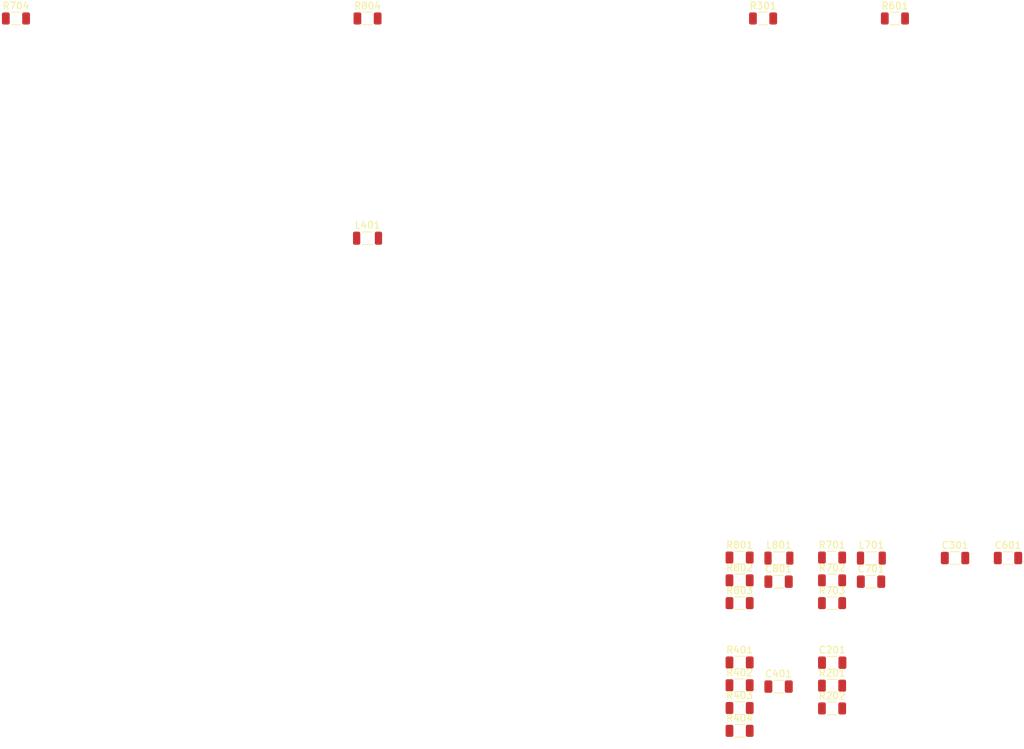
<source format=kicad_pcb>
(kicad_pcb (version 20240108) (generator "pcbnew") (generator_version "8.0")
  (layers (0 "F.Cu" signal) (31 "B.Cu" signal) (34 "B.Paste" user) (35 "F.Paste" user) (36 "B.SilkS" user "B.Silkscreen") (37 "F.SilkS" user "F.Silkscreen") (38 "B.Mask" user) (39 "F.Mask" user) (44 "Edge.Cuts" user))
  (net 0 "")
  (net 1 "/local_1/local_2_a/out")
  (net 2 "/local_1/local_2_b/in")
  (net 3 "GND")
  (net 4 "/local_1/local_2_b/out")
  (net 5 "/local_2/out")
  (net 6 "/relative_1/out")
  (net 7 "/relative_2/out")
  (net 8 "Net-(L401-Pad1)")
  (net 9 "/local_2/mid")
  (net 10 "Net-(L701-Pad1)")
  (net 11 "/local_1/local_2_a/mid")
  (net 12 "/local_1/local_2_a/in")
  (net 13 "/local_1/in")
  (net 14 "/local_1/out")
  (net 15 "+5V")
  (net 16 "/local_2/in")
  (net 17 "Net-(L801-Pad1)")
  (net 18 "/local_1/local_2_b/mid")
  (net 19 "/relative_1/in")
  (net 20 "/relative_2/in")
  (footprint "Resistor_SMD:R_1206_3216Metric" (layer "F.Cu") (at 180.7575 128.695)
    (property "Reference" "R801" (at 0 -1.82 0) (layer "F.SilkS"))
    (property "Value" "R")
    (fp_line (start -0.727064 -0.91) (end 0.727064 -0.91) (stroke (width 0.12)) (layer "F.SilkS"))
    (fp_line (start -0.727064 0.91) (end 0.727064 0.91) (stroke (width 0.12)) (layer "F.SilkS"))
    (pad "1" smd roundrect (at -1.4625 0) (size 1.125 1.75) (layers "F.Cu" "F.Paste" "F.Mask") (roundrect_rratio 0.222222) (net 2 "/local_1/local_2_b/in"))
    (pad "2" smd roundrect (at 1.4625 0) (size 1.125 1.75) (layers "F.Cu" "F.Paste" "F.Mask") (roundrect_rratio 0.222222) (net 17 "Net-(L801-Pad1)"))
  )
  (footprint "Resistor_SMD:R_1206_3216Metric" (layer "F.Cu") (at 180.7575 135.275)
    (property "Reference" "R803" (at 0 -1.82 0) (layer "F.SilkS"))
    (property "Value" "R")
    (fp_line (start -0.727064 -0.91) (end 0.727064 -0.91) (stroke (width 0.12)) (layer "F.SilkS"))
    (fp_line (start -0.727064 0.91) (end 0.727064 0.91) (stroke (width 0.12)) (layer "F.SilkS"))
    (pad "1" smd roundrect (at -1.4625 0) (size 1.125 1.75) (layers "F.Cu" "F.Paste" "F.Mask") (roundrect_rratio 0.222222) (net 3 "GND"))
    (pad "2" smd roundrect (at 1.4625 0) (size 1.125 1.75) (layers "F.Cu" "F.Paste" "F.Mask") (roundrect_rratio 0.222222) (net 18 "/local_1/local_2_b/mid"))
  )
  (footprint "Capacitor_SMD:C_1206_3216Metric" (layer "F.Cu") (at 211.8875 128.76)
    (property "Reference" "C301" (at 0 -1.85 0) (layer "F.SilkS"))
    (property "Value" "C")
    (fp_line (start -0.711252 -0.91) (end 0.711252 -0.91) (stroke (width 0.12)) (layer "F.SilkS"))
    (fp_line (start -0.711252 0.91) (end 0.711252 0.91) (stroke (width 0.12)) (layer "F.SilkS"))
    (pad "1" smd roundrect (at -1.475 0) (size 1.15 1.8) (layers "F.Cu" "F.Paste" "F.Mask") (roundrect_rratio 0.217391) (net 6 "/relative_1/out"))
    (pad "2" smd roundrect (at 1.475 0) (size 1.15 1.8) (layers "F.Cu" "F.Paste" "F.Mask") (roundrect_rratio 0.217391) (net 3 "GND"))
  )
  (footprint "Resistor_SMD:R_1206_3216Metric" (layer "F.Cu") (at 203.2 50.8)
    (property "Reference" "R601" (at 0 -1.82 0) (layer "F.SilkS"))
    (property "Value" "R")
    (fp_line (start -0.727064 -0.91) (end 0.727064 -0.91) (stroke (width 0.12)) (layer "F.SilkS"))
    (fp_line (start -0.727064 0.91) (end 0.727064 0.91) (stroke (width 0.12)) (layer "F.SilkS"))
    (pad "1" smd roundrect (at -1.4625 0) (size 1.125 1.75) (layers "F.Cu" "F.Paste" "F.Mask") (roundrect_rratio 0.222222) (net 20 "/relative_2/in"))
    (pad "2" smd roundrect (at 1.4625 0) (size 1.125 1.75) (layers "F.Cu" "F.Paste" "F.Mask") (roundrect_rratio 0.222222) (net 7 "/relative_2/out"))
  )
  (footprint "Resistor_SMD:R_1206_3216Metric" (layer "F.Cu") (at 180.7575 131.985)
    (property "Reference" "R802" (at 0 -1.82 0) (layer "F.SilkS"))
    (property "Value" "R")
    (fp_line (start -0.727064 -0.91) (end 0.727064 -0.91) (stroke (width 0.12)) (layer "F.SilkS"))
    (fp_line (start -0.727064 0.91) (end 0.727064 0.91) (stroke (width 0.12)) (layer "F.SilkS"))
    (pad "1" smd roundrect (at -1.4625 0) (size 1.125 1.75) (layers "F.Cu" "F.Paste" "F.Mask") (roundrect_rratio 0.222222) (net 17 "Net-(L801-Pad1)"))
    (pad "2" smd roundrect (at 1.4625 0) (size 1.125 1.75) (layers "F.Cu" "F.Paste" "F.Mask") (roundrect_rratio 0.222222) (net 15 "+5V"))
  )
  (footprint "Capacitor_SMD:C_1206_3216Metric" (layer "F.Cu") (at 186.3875 147.335)
    (property "Reference" "C401" (at 0 -1.85 0) (layer "F.SilkS"))
    (property "Value" "C")
    (fp_line (start -0.711252 -0.91) (end 0.711252 -0.91) (stroke (width 0.12)) (layer "F.SilkS"))
    (fp_line (start -0.711252 0.91) (end 0.711252 0.91) (stroke (width 0.12)) (layer "F.SilkS"))
    (pad "1" smd roundrect (at -1.475 0) (size 1.15 1.8) (layers "F.Cu" "F.Paste" "F.Mask") (roundrect_rratio 0.217391) (net 5 "/local_2/out"))
    (pad "2" smd roundrect (at 1.475 0) (size 1.15 1.8) (layers "F.Cu" "F.Paste" "F.Mask") (roundrect_rratio 0.217391) (net 3 "GND"))
  )
  (footprint "Resistor_SMD:R_1206_3216Metric" (layer "F.Cu") (at 180.7575 143.855)
    (property "Reference" "R401" (at 0 -1.82 0) (layer "F.SilkS"))
    (property "Value" "R")
    (fp_line (start -0.727064 -0.91) (end 0.727064 -0.91) (stroke (width 0.12)) (layer "F.SilkS"))
    (fp_line (start -0.727064 0.91) (end 0.727064 0.91) (stroke (width 0.12)) (layer "F.SilkS"))
    (pad "1" smd roundrect (at -1.4625 0) (size 1.125 1.75) (layers "F.Cu" "F.Paste" "F.Mask") (roundrect_rratio 0.222222) (net 16 "/local_2/in"))
    (pad "2" smd roundrect (at 1.4625 0) (size 1.125 1.75) (layers "F.Cu" "F.Paste" "F.Mask") (roundrect_rratio 0.222222) (net 8 "Net-(L401-Pad1)"))
  )
  (footprint "Resistor_SMD:R_1206_3216Metric" (layer "F.Cu") (at 194.1175 135.275)
    (property "Reference" "R703" (at 0 -1.82 0) (layer "F.SilkS"))
    (property "Value" "R")
    (fp_line (start -0.727064 -0.91) (end 0.727064 -0.91) (stroke (width 0.12)) (layer "F.SilkS"))
    (fp_line (start -0.727064 0.91) (end 0.727064 0.91) (stroke (width 0.12)) (layer "F.SilkS"))
    (pad "1" smd roundrect (at -1.4625 0) (size 1.125 1.75) (layers "F.Cu" "F.Paste" "F.Mask") (roundrect_rratio 0.222222) (net 3 "GND"))
    (pad "2" smd roundrect (at 1.4625 0) (size 1.125 1.75) (layers "F.Cu" "F.Paste" "F.Mask") (roundrect_rratio 0.222222) (net 11 "/local_1/local_2_a/mid"))
  )
  (footprint "Capacitor_SMD:C_1206_3216Metric" (layer "F.Cu") (at 219.5375 128.76)
    (property "Reference" "C601" (at 0 -1.85 0) (layer "F.SilkS"))
    (property "Value" "C")
    (fp_line (start -0.711252 -0.91) (end 0.711252 -0.91) (stroke (width 0.12)) (layer "F.SilkS"))
    (fp_line (start -0.711252 0.91) (end 0.711252 0.91) (stroke (width 0.12)) (layer "F.SilkS"))
    (pad "1" smd roundrect (at -1.475 0) (size 1.15 1.8) (layers "F.Cu" "F.Paste" "F.Mask") (roundrect_rratio 0.217391) (net 7 "/relative_2/out"))
    (pad "2" smd roundrect (at 1.475 0) (size 1.15 1.8) (layers "F.Cu" "F.Paste" "F.Mask") (roundrect_rratio 0.217391) (net 3 "GND"))
  )
  (footprint "Resistor_SMD:R_1206_3216Metric" (layer "F.Cu") (at 184.15 50.8)
    (property "Reference" "R301" (at 0 -1.82 0) (layer "F.SilkS"))
    (property "Value" "R")
    (fp_line (start -0.727064 -0.91) (end 0.727064 -0.91) (stroke (width 0.12)) (layer "F.SilkS"))
    (fp_line (start -0.727064 0.91) (end 0.727064 0.91) (stroke (width 0.12)) (layer "F.SilkS"))
    (pad "1" smd roundrect (at -1.4625 0) (size 1.125 1.75) (layers "F.Cu" "F.Paste" "F.Mask") (roundrect_rratio 0.222222) (net 19 "/relative_1/in"))
    (pad "2" smd roundrect (at 1.4625 0) (size 1.125 1.75) (layers "F.Cu" "F.Paste" "F.Mask") (roundrect_rratio 0.222222) (net 6 "/relative_1/out"))
  )
  (footprint "Resistor_SMD:R_1206_3216Metric" (layer "F.Cu") (at 194.1175 131.985)
    (property "Reference" "R702" (at 0 -1.82 0) (layer "F.SilkS"))
    (property "Value" "R")
    (fp_line (start -0.727064 -0.91) (end 0.727064 -0.91) (stroke (width 0.12)) (layer "F.SilkS"))
    (fp_line (start -0.727064 0.91) (end 0.727064 0.91) (stroke (width 0.12)) (layer "F.SilkS"))
    (pad "1" smd roundrect (at -1.4625 0) (size 1.125 1.75) (layers "F.Cu" "F.Paste" "F.Mask") (roundrect_rratio 0.222222) (net 10 "Net-(L701-Pad1)"))
    (pad "2" smd roundrect (at 1.4625 0) (size 1.125 1.75) (layers "F.Cu" "F.Paste" "F.Mask") (roundrect_rratio 0.222222) (net 15 "+5V"))
  )
  (footprint "Resistor_SMD:R_1206_3216Metric" (layer "F.Cu") (at 194.1175 147.205)
    (property "Reference" "R201" (at 0 -1.82 0) (layer "F.SilkS"))
    (property "Value" "R")
    (fp_line (start -0.727064 -0.91) (end 0.727064 -0.91) (stroke (width 0.12)) (layer "F.SilkS"))
    (fp_line (start -0.727064 0.91) (end 0.727064 0.91) (stroke (width 0.12)) (layer "F.SilkS"))
    (pad "1" smd roundrect (at -1.4625 0) (size 1.125 1.75) (layers "F.Cu" "F.Paste" "F.Mask") (roundrect_rratio 0.222222) (net 13 "/local_1/in"))
    (pad "2" smd roundrect (at 1.4625 0) (size 1.125 1.75) (layers "F.Cu" "F.Paste" "F.Mask") (roundrect_rratio 0.222222) (net 12 "/local_1/local_2_a/in"))
  )
  (footprint "Capacitor_SMD:C_1206_3216Metric" (layer "F.Cu") (at 186.3875 132.175)
    (property "Reference" "C801" (at 0 -1.85 0) (layer "F.SilkS"))
    (property "Value" "C")
    (fp_line (start -0.711252 -0.91) (end 0.711252 -0.91) (stroke (width 0.12)) (layer "F.SilkS"))
    (fp_line (start -0.711252 0.91) (end 0.711252 0.91) (stroke (width 0.12)) (layer "F.SilkS"))
    (pad "1" smd roundrect (at -1.475 0) (size 1.15 1.8) (layers "F.Cu" "F.Paste" "F.Mask") (roundrect_rratio 0.217391) (net 4 "/local_1/local_2_b/out"))
    (pad "2" smd roundrect (at 1.475 0) (size 1.15 1.8) (layers "F.Cu" "F.Paste" "F.Mask") (roundrect_rratio 0.217391) (net 3 "GND"))
  )
  (footprint "Inductor_SMD:L_1206_3216Metric" (layer "F.Cu") (at 186.4375 128.775)
    (property "Reference" "L801" (at 0 -1.9 0) (layer "F.SilkS"))
    (property "Value" "L")
    (fp_line (start -0.835242 -0.91) (end 0.835242 -0.91) (stroke (width 0.12)) (layer "F.SilkS"))
    (fp_line (start -0.835242 0.91) (end 0.835242 0.91) (stroke (width 0.12)) (layer "F.SilkS"))
    (pad "1" smd roundrect (at -1.575 0) (size 1.05 1.9) (layers "F.Cu" "F.Paste" "F.Mask") (roundrect_rratio 0.238095) (net 17 "Net-(L801-Pad1)"))
    (pad "2" smd roundrect (at 1.575 0) (size 1.05 1.9) (layers "F.Cu" "F.Paste" "F.Mask") (roundrect_rratio 0.238095) (net 18 "/local_1/local_2_b/mid"))
  )
  (footprint "Capacitor_SMD:C_1206_3216Metric" (layer "F.Cu") (at 199.7475 132.175)
    (property "Reference" "C701" (at 0 -1.85 0) (layer "F.SilkS"))
    (property "Value" "C")
    (fp_line (start -0.711252 -0.91) (end 0.711252 -0.91) (stroke (width 0.12)) (layer "F.SilkS"))
    (fp_line (start -0.711252 0.91) (end 0.711252 0.91) (stroke (width 0.12)) (layer "F.SilkS"))
    (pad "1" smd roundrect (at -1.475 0) (size 1.15 1.8) (layers "F.Cu" "F.Paste" "F.Mask") (roundrect_rratio 0.217391) (net 1 "/local_1/local_2_a/out"))
    (pad "2" smd roundrect (at 1.475 0) (size 1.15 1.8) (layers "F.Cu" "F.Paste" "F.Mask") (roundrect_rratio 0.217391) (net 3 "GND"))
  )
  (footprint "Resistor_SMD:R_1206_3216Metric" (layer "F.Cu") (at 127 50.8)
    (property "Reference" "R804" (at 0 -1.82 0) (layer "F.SilkS"))
    (property "Value" "R")
    (fp_line (start -0.727064 -0.91) (end 0.727064 -0.91) (stroke (width 0.12)) (layer "F.SilkS"))
    (fp_line (start -0.727064 0.91) (end 0.727064 0.91) (stroke (width 0.12)) (layer "F.SilkS"))
    (pad "1" smd roundrect (at -1.4625 0) (size 1.125 1.75) (layers "F.Cu" "F.Paste" "F.Mask") (roundrect_rratio 0.222222) (net 18 "/local_1/local_2_b/mid"))
    (pad "2" smd roundrect (at 1.4625 0) (size 1.125 1.75) (layers "F.Cu" "F.Paste" "F.Mask") (roundrect_rratio 0.222222) (net 4 "/local_1/local_2_b/out"))
  )
  (footprint "Resistor_SMD:R_1206_3216Metric" (layer "F.Cu") (at 76.2 50.8)
    (property "Reference" "R704" (at 0 -1.82 0) (layer "F.SilkS"))
    (property "Value" "R")
    (fp_line (start -0.727064 -0.91) (end 0.727064 -0.91) (stroke (width 0.12)) (layer "F.SilkS"))
    (fp_line (start -0.727064 0.91) (end 0.727064 0.91) (stroke (width 0.12)) (layer "F.SilkS"))
    (pad "1" smd roundrect (at -1.4625 0) (size 1.125 1.75) (layers "F.Cu" "F.Paste" "F.Mask") (roundrect_rratio 0.222222) (net 11 "/local_1/local_2_a/mid"))
    (pad "2" smd roundrect (at 1.4625 0) (size 1.125 1.75) (layers "F.Cu" "F.Paste" "F.Mask") (roundrect_rratio 0.222222) (net 1 "/local_1/local_2_a/out"))
  )
  (footprint "Inductor_SMD:L_1206_3216Metric" (layer "F.Cu") (at 199.7975 128.775)
    (property "Reference" "L701" (at 0 -1.9 0) (layer "F.SilkS"))
    (property "Value" "L")
    (fp_line (start -0.835242 -0.91) (end 0.835242 -0.91) (stroke (width 0.12)) (layer "F.SilkS"))
    (fp_line (start -0.835242 0.91) (end 0.835242 0.91) (stroke (width 0.12)) (layer "F.SilkS"))
    (pad "1" smd roundrect (at -1.575 0) (size 1.05 1.9) (layers "F.Cu" "F.Paste" "F.Mask") (roundrect_rratio 0.238095) (net 10 "Net-(L701-Pad1)"))
    (pad "2" smd roundrect (at 1.575 0) (size 1.05 1.9) (layers "F.Cu" "F.Paste" "F.Mask") (roundrect_rratio 0.238095) (net 11 "/local_1/local_2_a/mid"))
  )
  (footprint "Resistor_SMD:R_1206_3216Metric" (layer "F.Cu") (at 180.7575 150.435)
    (property "Reference" "R403" (at 0 -1.82 0) (layer "F.SilkS"))
    (property "Value" "R")
    (fp_line (start -0.727064 -0.91) (end 0.727064 -0.91) (stroke (width 0.12)) (layer "F.SilkS"))
    (fp_line (start -0.727064 0.91) (end 0.727064 0.91) (stroke (width 0.12)) (layer "F.SilkS"))
    (pad "1" smd roundrect (at -1.4625 0) (size 1.125 1.75) (layers "F.Cu" "F.Paste" "F.Mask") (roundrect_rratio 0.222222) (net 3 "GND"))
    (pad "2" smd roundrect (at 1.4625 0) (size 1.125 1.75) (layers "F.Cu" "F.Paste" "F.Mask") (roundrect_rratio 0.222222) (net 9 "/local_2/mid"))
  )
  (footprint "Resistor_SMD:R_1206_3216Metric" (layer "F.Cu") (at 194.1175 150.495)
    (property "Reference" "R202" (at 0 -1.82 0) (layer "F.SilkS"))
    (property "Value" "R")
    (fp_line (start -0.727064 -0.91) (end 0.727064 -0.91) (stroke (width 0.12)) (layer "F.SilkS"))
    (fp_line (start -0.727064 0.91) (end 0.727064 0.91) (stroke (width 0.12)) (layer "F.SilkS"))
    (pad "1" smd roundrect (at -1.4625 0) (size 1.125 1.75) (layers "F.Cu" "F.Paste" "F.Mask") (roundrect_rratio 0.222222) (net 4 "/local_1/local_2_b/out"))
    (pad "2" smd roundrect (at 1.4625 0) (size 1.125 1.75) (layers "F.Cu" "F.Paste" "F.Mask") (roundrect_rratio 0.222222) (net 14 "/local_1/out"))
  )
  (footprint "Inductor_SMD:L_1206_3216Metric" (layer "F.Cu") (at 127 82.55)
    (property "Reference" "L401" (at 0 -1.9 0) (layer "F.SilkS"))
    (property "Value" "L")
    (fp_line (start -0.835242 -0.91) (end 0.835242 -0.91) (stroke (width 0.12)) (layer "F.SilkS"))
    (fp_line (start -0.835242 0.91) (end 0.835242 0.91) (stroke (width 0.12)) (layer "F.SilkS"))
    (pad "1" smd roundrect (at -1.575 0) (size 1.05 1.9) (layers "F.Cu" "F.Paste" "F.Mask") (roundrect_rratio 0.238095) (net 8 "Net-(L401-Pad1)"))
    (pad "2" smd roundrect (at 1.575 0) (size 1.05 1.9) (layers "F.Cu" "F.Paste" "F.Mask") (roundrect_rratio 0.238095) (net 9 "/local_2/mid"))
  )
  (footprint "Resistor_SMD:R_1206_3216Metric" (layer "F.Cu") (at 194.1175 128.695)
    (property "Reference" "R701" (at 0 -1.82 0) (layer "F.SilkS"))
    (property "Value" "R")
    (fp_line (start -0.727064 -0.91) (end 0.727064 -0.91) (stroke (width 0.12)) (layer "F.SilkS"))
    (fp_line (start -0.727064 0.91) (end 0.727064 0.91) (stroke (width 0.12)) (layer "F.SilkS"))
    (pad "1" smd roundrect (at -1.4625 0) (size 1.125 1.75) (layers "F.Cu" "F.Paste" "F.Mask") (roundrect_rratio 0.222222) (net 12 "/local_1/local_2_a/in"))
    (pad "2" smd roundrect (at 1.4625 0) (size 1.125 1.75) (layers "F.Cu" "F.Paste" "F.Mask") (roundrect_rratio 0.222222) (net 10 "Net-(L701-Pad1)"))
  )
  (footprint "Resistor_SMD:R_1206_3216Metric" (layer "F.Cu") (at 180.7575 147.145)
    (property "Reference" "R402" (at 0 -1.82 0) (layer "F.SilkS"))
    (property "Value" "R")
    (fp_line (start -0.727064 -0.91) (end 0.727064 -0.91) (stroke (width 0.12)) (layer "F.SilkS"))
    (fp_line (start -0.727064 0.91) (end 0.727064 0.91) (stroke (width 0.12)) (layer "F.SilkS"))
    (pad "1" smd roundrect (at -1.4625 0) (size 1.125 1.75) (layers "F.Cu" "F.Paste" "F.Mask") (roundrect_rratio 0.222222) (net 8 "Net-(L401-Pad1)"))
    (pad "2" smd roundrect (at 1.4625 0) (size 1.125 1.75) (layers "F.Cu" "F.Paste" "F.Mask") (roundrect_rratio 0.222222) (net 15 "+5V"))
  )
  (footprint "Resistor_SMD:R_1206_3216Metric" (layer "F.Cu") (at 180.7575 153.725)
    (property "Reference" "R404" (at 0 -1.82 0) (layer "F.SilkS"))
    (property "Value" "R")
    (fp_line (start -0.727064 -0.91) (end 0.727064 -0.91) (stroke (width 0.12)) (layer "F.SilkS"))
    (fp_line (start -0.727064 0.91) (end 0.727064 0.91) (stroke (width 0.12)) (layer "F.SilkS"))
    (pad "1" smd roundrect (at -1.4625 0) (size 1.125 1.75) (layers "F.Cu" "F.Paste" "F.Mask") (roundrect_rratio 0.222222) (net 9 "/local_2/mid"))
    (pad "2" smd roundrect (at 1.4625 0) (size 1.125 1.75) (layers "F.Cu" "F.Paste" "F.Mask") (roundrect_rratio 0.222222) (net 5 "/local_2/out"))
  )
  (footprint "Capacitor_SMD:C_1206_3216Metric" (layer "F.Cu") (at 194.1375 143.885)
    (property "Reference" "C201" (at 0 -1.85 0) (layer "F.SilkS"))
    (property "Value" "C")
    (fp_line (start -0.711252 -0.91) (end 0.711252 -0.91) (stroke (width 0.12)) (layer "F.SilkS"))
    (fp_line (start -0.711252 0.91) (end 0.711252 0.91) (stroke (width 0.12)) (layer "F.SilkS"))
    (pad "1" smd roundrect (at -1.475 0) (size 1.15 1.8) (layers "F.Cu" "F.Paste" "F.Mask") (roundrect_rratio 0.217391) (net 1 "/local_1/local_2_a/out"))
    (pad "2" smd roundrect (at 1.475 0) (size 1.15 1.8) (layers "F.Cu" "F.Paste" "F.Mask") (roundrect_rratio 0.217391) (net 2 "/local_1/local_2_b/in"))
  )
)
</source>
